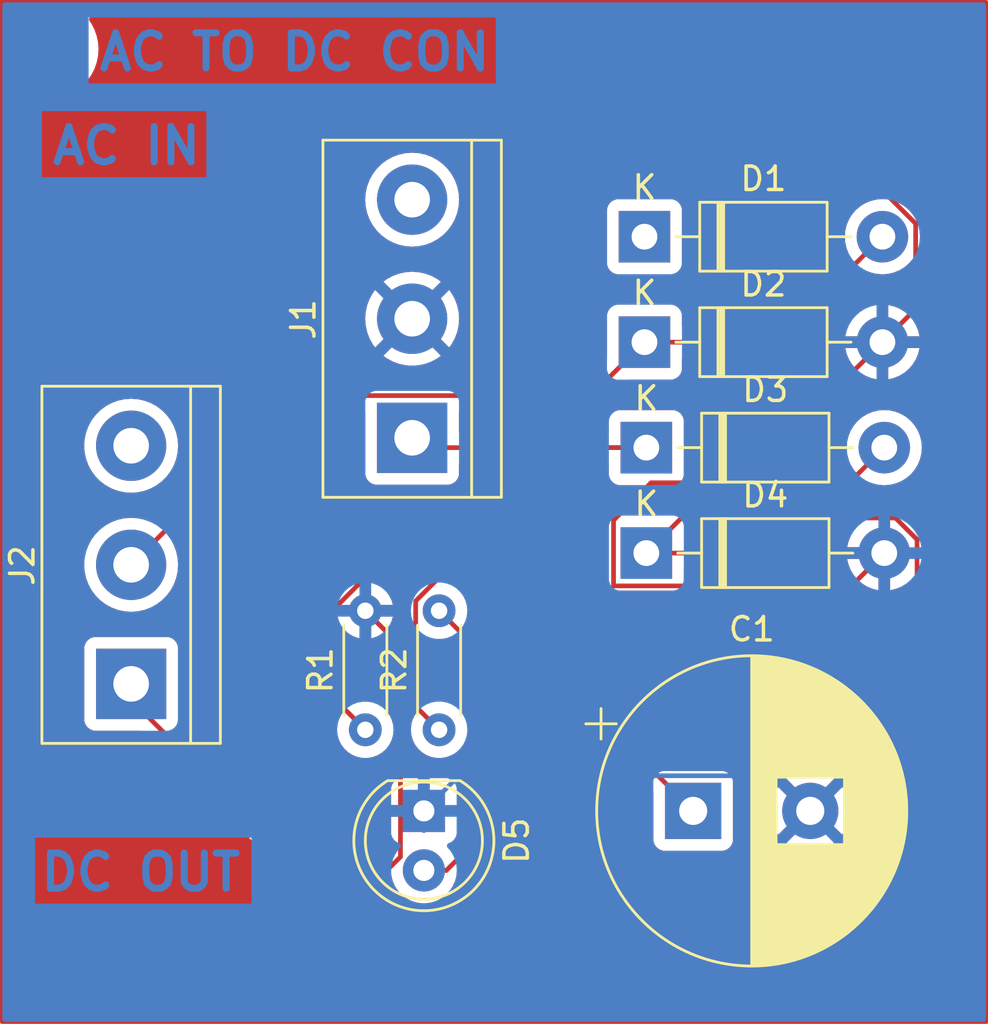
<source format=kicad_pcb>
(kicad_pcb (version 20240108) (generator "pcbnew") (generator_version "8.0")
  (layers (0 "F.Cu" signal) (31 "B.Cu" signal) (34 "B.Paste" user) (35 "F.Paste" user) (36 "B.SilkS" user "B.Silkscreen") (37 "F.SilkS" user "F.Silkscreen") (38 "B.Mask" user) (39 "F.Mask" user) (44 "Edge.Cuts" user))
  (net 0 "")
  (net 1 "/+ve")
  (net 2 "GND")
  (net 3 "Net-(D1-A)")
  (net 4 "Net-(D3-A)")
  (net 5 "Net-(D5-A)")
  (footprint "Capacitor_THT:CP_Radial_D13.0mm_P5.00mm" (layer "F.Cu") (at 140.077107 112.727107)
    (property "Reference" "C1" (at 2.5 -7.75 0) (layer "F.SilkS"))
    (property "Value" "1000uF")
    (fp_line (start -4.584569 -3.715) (end -3.284569 -3.715) (stroke (width 0.12)) (layer "F.SilkS"))
    (fp_line (start -3.934569 -4.365) (end -3.934569 -3.065) (stroke (width 0.12)) (layer "F.SilkS"))
    (fp_line (start 2.5 -6.58) (end 2.5 6.58) (stroke (width 0.12)) (layer "F.SilkS"))
    (fp_line (start 2.54 -6.58) (end 2.54 6.58) (stroke (width 0.12)) (layer "F.SilkS"))
    (fp_line (start 2.58 -6.58) (end 2.58 6.58) (stroke (width 0.12)) (layer "F.SilkS"))
    (fp_line (start 2.62 -6.579) (end 2.62 6.579) (stroke (width 0.12)) (layer "F.SilkS"))
    (fp_line (start 2.66 -6.579) (end 2.66 6.579) (stroke (width 0.12)) (layer "F.SilkS"))
    (fp_line (start 2.7 -6.577) (end 2.7 6.577) (stroke (width 0.12)) (layer "F.SilkS"))
    (fp_line (start 2.74 -6.576) (end 2.74 6.576) (stroke (width 0.12)) (layer "F.SilkS"))
    (fp_line (start 2.78 -6.575) (end 2.78 6.575) (stroke (width 0.12)) (layer "F.SilkS"))
    (fp_line (start 2.82 -6.573) (end 2.82 6.573) (stroke (width 0.12)) (layer "F.SilkS"))
    (fp_line (start 2.86 -6.571) (end 2.86 6.571) (stroke (width 0.12)) (layer "F.SilkS"))
    (fp_line (start 2.9 -6.568) (end 2.9 6.568) (stroke (width 0.12)) (layer "F.SilkS"))
    (fp_line (start 2.94 -6.566) (end 2.94 6.566) (stroke (width 0.12)) (layer "F.SilkS"))
    (fp_line (start 2.98 -6.563) (end 2.98 6.563) (stroke (width 0.12)) (layer "F.SilkS"))
    (fp_line (start 3.02 -6.56) (end 3.02 6.56) (stroke (width 0.12)) (layer "F.SilkS"))
    (fp_line (start 3.06 -6.557) (end 3.06 6.557) (stroke (width 0.12)) (layer "F.SilkS"))
    (fp_line (start 3.1 -6.553) (end 3.1 6.553) (stroke (width 0.12)) (layer "F.SilkS"))
    (fp_line (start 3.14 -6.549) (end 3.14 6.549) (stroke (width 0.12)) (layer "F.SilkS"))
    (fp_line (start 3.18 -6.545) (end 3.18 6.545) (stroke (width 0.12)) (layer "F.SilkS"))
    (fp_line (start 3.221 -6.541) (end 3.221 6.541) (stroke (width 0.12)) (layer "F.SilkS"))
    (fp_line (start 3.261 -6.537) (end 3.261 6.537) (stroke (width 0.12)) (layer "F.SilkS"))
    (fp_line (start 3.301 -6.532) (end 3.301 6.532) (stroke (width 0.12)) (layer "F.SilkS"))
    (fp_line (start 3.341 -6.527) (end 3.341 6.527) (stroke (width 0.12)) (layer "F.SilkS"))
    (fp_line (start 3.381 -6.522) (end 3.381 6.522) (stroke (width 0.12)) (layer "F.SilkS"))
    (fp_line (start 3.421 -6.516) (end 3.421 6.516) (stroke (width 0.12)) (layer "F.SilkS"))
    (fp_line (start 3.461 -6.511) (end 3.461 6.511) (stroke (width 0.12)) (layer "F.SilkS"))
    (fp_line (start 3.501 -6.505) (end 3.501 6.505) (stroke (width 0.12)) (layer "F.SilkS"))
    (fp_line (start 3.541 -6.498) (end 3.541 6.498) (stroke (width 0.12)) (layer "F.SilkS"))
    (fp_line (start 3.581 -6.492) (end 3.581 -1.44) (stroke (width 0.12)) (layer "F.SilkS"))
    (fp_line (start 3.581 1.44) (end 3.581 6.492) (stroke (width 0.12)) (layer "F.SilkS"))
    (fp_line (start 3.621 -6.485) (end 3.621 -1.44) (stroke (width 0.12)) (layer "F.SilkS"))
    (fp_line (start 3.621 1.44) (end 3.621 6.485) (stroke (width 0.12)) (layer "F.SilkS"))
    (fp_line (start 3.661 -6.478) (end 3.661 -1.44) (stroke (width 0.12)) (layer "F.SilkS"))
    (fp_line (start 3.661 1.44) (end 3.661 6.478) (stroke (width 0.12)) (layer "F.SilkS"))
    (fp_line (start 3.701 -6.471) (end 3.701 -1.44) (stroke (width 0.12)) (layer "F.SilkS"))
    (fp_line (start 3.701 1.44) (end 3.701 6.471) (stroke (width 0.12)) (layer "F.SilkS"))
    (fp_line (start 3.741 -6.463) (end 3.741 -1.44) (stroke (width 0.12)) (layer "F.SilkS"))
    (fp_line (start 3.741 1.44) (end 3.741 6.463) (stroke (width 0.12)) (layer "F.SilkS"))
    (fp_line (start 3.781 -6.456) (end 3.781 -1.44) (stroke (width 0.12)) (layer "F.SilkS"))
    (fp_line (start 3.781 1.44) (end 3.781 6.456) (stroke (width 0.12)) (layer "F.SilkS"))
    (fp_line (start 3.821 -6.448) (end 3.821 -1.44) (stroke (width 0.12)) (layer "F.SilkS"))
    (fp_line (start 3.821 1.44) (end 3.821 6.448) (stroke (width 0.12)) (layer "F.SilkS"))
    (fp_line (start 3.861 -6.439) (end 3.861 -1.44) (stroke (width 0.12)) (layer "F.SilkS"))
    (fp_line (start 3.861 1.44) (end 3.861 6.439) (stroke (width 0.12)) (layer "F.SilkS"))
    (fp_line (start 3.901 -6.431) (end 3.901 -1.44) (stroke (width 0.12)) (layer "F.SilkS"))
    (fp_line (start 3.901 1.44) (end 3.901 6.431) (stroke (width 0.12)) (layer "F.SilkS"))
    (fp_line (start 3.941 -6.422) (end 3.941 -1.44) (stroke (width 0.12)) (layer "F.SilkS"))
    (fp_line (start 3.941 1.44) (end 3.941 6.422) (stroke (width 0.12)) (layer "F.SilkS"))
    (fp_line (start 3.981 -6.413) (end 3.981 -1.44) (stroke (width 0.12)) (layer "F.SilkS"))
    (fp_line (start 3.981 1.44) (end 3.981 6.413) (stroke (width 0.12)) (layer "F.SilkS"))
    (fp_line (start 4.021 -6.404) (end 4.021 -1.44) (stroke (width 0.12)) (layer "F.SilkS"))
    (fp_line (start 4.021 1.44) (end 4.021 6.404) (stroke (width 0.12)) (layer "F.SilkS"))
    (fp_line (start 4.061 -6.394) (end 4.061 -1.44) (stroke (width 0.12)) (layer "F.SilkS"))
    (fp_line (start 4.061 1.44) (end 4.061 6.394) (stroke (width 0.12)) (layer "F.SilkS"))
    (fp_line (start 4.101 -6.384) (end 4.101 -1.44) (stroke (width 0.12)) (layer "F.SilkS"))
    (fp_line (start 4.101 1.44) (end 4.101 6.384) (stroke (width 0.12)) (layer "F.SilkS"))
    (fp_line (start 4.141 -6.374) (end 4.141 -1.44) (stroke (width 0.12)) (layer "F.SilkS"))
    (fp_line (start 4.141 1.44) (end 4.141 6.374) (stroke (width 0.12)) (layer "F.SilkS"))
    (fp_line (start 4.181 -6.364) (end 4.181 -1.44) (stroke (width 0.12)) (layer "F.SilkS"))
    (fp_line (start 4.181 1.44) (end 4.181 6.364) (stroke (width 0.12)) (layer "F.SilkS"))
    (fp_line (start 4.221 -6.353) (end 4.221 -1.44) (stroke (width 0.12)) (layer "F.SilkS"))
    (fp_line (start 4.221 1.44) (end 4.221 6.353) (stroke (width 0.12)) (layer "F.SilkS"))
    (fp_line (start 4.261 -6.342) (end 4.261 -1.44) (stroke (width 0.12)) (layer "F.SilkS"))
    (fp_line (start 4.261 1.44) (end 4.261 6.342) (stroke (width 0.12)) (layer "F.SilkS"))
    (fp_line (start 4.301 -6.331) (end 4.301 -1.44) (stroke (width 0.12)) (layer "F.SilkS"))
    (fp_line (start 4.301 1.44) (end 4.301 6.331) (stroke (width 0.12)) (layer "F.SilkS"))
    (fp_line (start 4.341 -6.32) (end 4.341 -1.44) (stroke (width 0.12)) (layer "F.SilkS"))
    (fp_line (start 4.341 1.44) (end 4.341 6.32) (stroke (width 0.12)) (layer "F.SilkS"))
    (fp_line (start 4.381 -6.308) (end 4.381 -1.44) (stroke (width 0.12)) (layer "F.SilkS"))
    (fp_line (start 4.381 1.44) (end 4.381 6.308) (stroke (width 0.12)) (layer "F.SilkS"))
    (fp_line (start 4.421 -6.296) (end 4.421 -1.44) (stroke (width 0.12)) (layer "F.SilkS"))
    (fp_line (start 4.421 1.44) (end 4.421 6.296) (stroke (width 0.12)) (layer "F.SilkS"))
    (fp_line (start 4.461 -6.284) (end 4.461 -1.44) (stroke (width 0.12)) (layer "F.SilkS"))
    (fp_line (start 4.461 1.44) (end 4.461 6.284) (stroke (width 0.12)) (layer "F.SilkS"))
    (fp_line (start 4.501 -6.271) (end 4.501 -1.44) (stroke (width 0.12)) (layer "F.SilkS"))
    (fp_line (start 4.501 1.44) (end 4.501 6.271) (stroke (width 0.12)) (layer "F.SilkS"))
    (fp_line (start 4.541 -6.258) (end 4.541 -1.44) (stroke (width 0.12)) (layer "F.SilkS"))
    (fp_line (start 4.541 1.44) (end 4.541 6.258) (stroke (width 0.12)) (layer "F.SilkS"))
    (fp_line (start 4.581 -6.245) (end 4.581 -1.44) (stroke (width 0.12)) (layer "F.SilkS"))
    (fp_line (start 4.581 1.44) (end 4.581 6.245) (stroke (width 0.12)) (layer "F.SilkS"))
    (fp_line (start 4.621 -6.232) (end 4.621 -1.44) (stroke (width 0.12)) (layer "F.SilkS"))
    (fp_line (start 4.621 1.44) (end 4.621 6.232) (stroke (width 0.12)) (layer "F.SilkS"))
    (fp_line (start 4.661 -6.218) (end 4.661 -1.44) (stroke (width 0.12)) (layer "F.SilkS"))
    (fp_line (start 4.661 1.44) (end 4.661 6.218) (stroke (width 0.12)) (layer "F.SilkS"))
    (fp_line (start 4.701 -6.204) (end 4.701 -1.44) (stroke (width 0.12)) (layer "F.SilkS"))
    (fp_line (start 4.701 1.44) (end 4.701 6.204) (stroke (width 0.12)) (layer "F.SilkS"))
    (fp_line (start 4.741 -6.19) (end 4.741 -1.44) (stroke (width 0.12)) (layer "F.SilkS"))
    (fp_line (start 4.741 1.44) (end 4.741 6.19) (stroke (width 0.12)) (layer "F.SilkS"))
    (fp_line (start 4.781 -6.175) (end 4.781 -1.44) (stroke (width 0.12)) (layer "F.SilkS"))
    (fp_line (start 4.781 1.44) (end 4.781 6.175) (stroke (width 0.12)) (layer "F.SilkS"))
    (fp_line (start 4.821 -6.161) (end 4.821 -1.44) (stroke (width 0.12)) (layer "F.SilkS"))
    (fp_line (start 4.821 1.44) (end 4.821 6.161) (stroke (width 0.12)) (layer "F.SilkS"))
    (fp_line (start 4.861 -6.146) (end 4.861 -1.44) (stroke (width 0.12)) (layer "F.SilkS"))
    (fp_line (start 4.861 1.44) (end 4.861 6.146) (stroke (width 0.12)) (layer "F.SilkS"))
    (fp_line (start 4.901 -6.13) (end 4.901 -1.44) (stroke (width 0.12)) (layer "F.SilkS"))
    (fp_line (start 4.901 1.44) (end 4.901 6.13) (stroke (width 0.12)) (layer "F.SilkS"))
    (fp_line (start 4.941 -6.114) (end 4.941 -1.44) (stroke (width 0.12)) (layer "F.SilkS"))
    (fp_line (start 4.941 1.44) (end 4.941 6.114) (stroke (width 0.12)) (layer "F.SilkS"))
    (fp_line (start 4.981 -6.098) (end 4.981 -1.44) (stroke (width 0.12)) (layer "F.SilkS"))
    (fp_line (start 4.981 1.44) (end 4.981 6.098) (stroke (width 0.12)) (layer "F.SilkS"))
    (fp_line (start 5.021 -6.082) (end 5.021 -1.44) (stroke (width 0.12)) (layer "F.SilkS"))
    (fp_line (start 5.021 1.44) (end 5.021 6.082) (stroke (width 0.12)) (layer "F.SilkS"))
    (fp_line (start 5.061 -6.065) (end 5.061 -1.44) (stroke (width 0.12)) (layer "F.SilkS"))
    (fp_line (start 5.061 1.44) (end 5.061 6.065) (stroke (width 0.12)) (layer "F.SilkS"))
    (fp_line (start 5.101 -6.049) (end 5.101 -1.44) (stroke (width 0.12)) (layer "F.SilkS"))
    (fp_line (start 5.101 1.44) (end 5.101 6.049) (stroke (width 0.12)) (layer "F.SilkS"))
    (fp_line (start 5.141 -6.031) (end 5.141 -1.44) (stroke (width 0.12)) (layer "F.SilkS"))
    (fp_line (start 5.141 1.44) (end 5.141 6.031) (stroke (width 0.12)) (layer "F.SilkS"))
    (fp_line (start 5.181 -6.014) (end 5.181 -1.44) (stroke (width 0.12)) (layer "F.SilkS"))
    (fp_line (start 5.181 1.44) (end 5.181 6.014) (stroke (width 0.12)) (layer "F.SilkS"))
    (fp_line (start 5.221 -5.996) (end 5.221 -1.44) (stroke (width 0.12)) (layer "F.SilkS"))
    (fp_line (start 5.221 1.44) (end 5.221 5.996) (stroke (width 0.12)) (layer "F.SilkS"))
    (fp_line (start 5.261 -5.978) (end 5.261 -1.44) (stroke (width 0.12)) (layer "F.SilkS"))
    (fp_line (start 5.261 1.44) (end 5.261 5.978) (stroke (width 0.12)) (layer "F.SilkS"))
    (fp_line (start 5.301 -5.959) (end 5.301 -1.44) (stroke (width 0.12)) (layer "F.SilkS"))
    (fp_line (start 5.301 1.44) (end 5.301 5.959) (stroke (width 0.12)) (layer "F.SilkS"))
    (fp_line (start 5.341 -5.94) (end 5.341 -1.44) (stroke (width 0.12)) (layer "F.SilkS"))
    (fp_line (start 5.341 1.44) (end 5.341 5.94) (stroke (width 0.12)) (layer "F.SilkS"))
    (fp_line (start 5.381 -5.921) (end 5.381 -1.44) (stroke (width 0.12)) (layer "F.SilkS"))
    (fp_line (start 5.381 1.44) (end 5.381 5.921) (stroke (width 0.12)) (layer "F.SilkS"))
    (fp_line (start 5.421 -5.902) (end 5.421 -1.44) (stroke (width 0.12)) (layer "F.SilkS"))
    (fp_line (start 5.421 1.44) (end 5.421 5.902) (stroke (width 0.12)) (layer "F.SilkS"))
    (fp_line (start 5.461 -5.882) (end 5.461 -1.44) (stroke (width 0.12)) (layer "F.SilkS"))
    (fp_line (start 5.461 1.44) (end 5.461 5.882) (stroke (width 0.12)) (layer "F.SilkS"))
    (fp_line (start 5.501 -5.862) (end 5.501 -1.44) (stroke (width 0.12)) (layer "F.SilkS"))
    (fp_line (start 5.501 1.44) (end 5.501 5.862) (stroke (width 0.12)) (layer "F.SilkS"))
    (fp_line (start 5.541 -5.841) (end 5.541 -1.44) (stroke (width 0.12)) (layer "F.SilkS"))
    (fp_line (start 5.541 1.44) (end 5.541 5.841) (stroke (width 0.12)) (layer "F.SilkS"))
    (fp_line (start 5.581 -5.82) (end 5.581 -1.44) (stroke (width 0.12)) (layer "F.SilkS"))
    (fp_line (start 5.581 1.44) (end 5.581 5.82) (stroke (width 0.12)) (layer "F.SilkS"))
    (fp_line (start 5.621 -5.799) (end 5.621 -1.44) (stroke (width 0.12)) (layer "F.SilkS"))
    (fp_line (start 5.621 1.44) (end 5.621 5.799) (stroke (width 0.12)) (layer "F.SilkS"))
    (fp_line (start 5.661 -5.778) (end 5.661 -1.44) (stroke (width 0.12)) (layer "F.SilkS"))
    (fp_line (start 5.661 1.44) (end 5.661 5.778) (stroke (width 0.12)) (layer "F.SilkS"))
    (fp_line (start 5.701 -5.756) (end 5.701 -1.44) (stroke (width 0.12)) (layer "F.SilkS"))
    (fp_line (start 5.701 1.44) (end 5.701 5.756) (stroke (width 0.12)) (layer "F.SilkS"))
    (fp_line (start 5.741 -5.733) (end 5.741 -1.44) (stroke (width 0.12)) (layer "F.SilkS"))
    (fp_line (start 5.741 1.44) (end 5.741 5.733) (stroke (width 0.12)) (layer "F.SilkS"))
    (fp_line (start 5.781 -5.711) (end 5.781 -1.44) (stroke (width 0.12)) (layer "F.SilkS"))
    (fp_line (start 5.781 1.44) (end 5.781 5.711) (stroke (width 0.12)) (layer "F.SilkS"))
    (fp_line (start 5.821 -5.688) (end 5.821 -1.44) (stroke (width 0.12)) (layer "F.SilkS"))
    (fp_line (start 5.821 1.44) (end 5.821 5.688) (stroke (width 0.12)) (layer "F.SilkS"))
    (fp_line (start 5.861 -5.664) (end 5.861 -1.44) (stroke (width 0.12)) (layer "F.SilkS"))
    (fp_line (start 5.861 1.44) (end 5.861 5.664) (stroke (width 0.12)) (layer "F.SilkS"))
    (fp_line (start 5.901 -5.641) (end 5.901 -1.44) (stroke (width 0.12)) (layer "F.SilkS"))
    (fp_line (start 5.901 1.44) (end 5.901 5.641) (stroke (width 0.12)) (layer "F.SilkS"))
    (fp_line (start 5.941 -5.617) (end 5.941 -1.44) (stroke (width 0.12)) (layer "F.SilkS"))
    (fp_line (start 5.941 1.44) (end 5.941 5.617) (stroke (width 0.12)) (layer "F.SilkS"))
    (fp_line (start 5.981 -5.592) (end 5.981 -1.44) (stroke (width 0.12)) (layer "F.SilkS"))
    (fp_line (start 5.981 1.44) (end 5.981 5.592) (stroke (width 0.12)) (layer "F.SilkS"))
    (fp_line (start 6.021 -5.567) (end 6.021 -1.44) (stroke (width 0.12)) (layer "F.SilkS"))
    (fp_line (start 6.021 1.44) (end 6.021 5.567) (stroke (width 0.12)) (layer "F.SilkS"))
    (fp_line (start 6.061 -5.542) (end 6.061 -1.44) (stroke (width 0.12)) (layer "F.SilkS"))
    (fp_line (start 6.061 1.44) (end 6.061 5.542) (stroke (width 0.12)) (layer "F.SilkS"))
    (fp_line (start 6.101 -5.516) (end 6.101 -1.44) (stroke (width 0.12)) (layer "F.SilkS"))
    (fp_line (start 6.101 1.44) (end 6.101 5.516) (stroke (width 0.12)) (layer "F.SilkS"))
    (fp_line (start 6.141 -5.49) (end 6.141 -1.44) (stroke (width 0.12)) (layer "F.SilkS"))
    (fp_line (start 6.141 1.44) (end 6.141 5.49) (stroke (width 0.12)) (layer "F.SilkS"))
    (fp_line (start 6.181 -5.463) (end 6.181 -1.44) (stroke (width 0.12)) (layer "F.SilkS"))
    (fp_line (start 6.181 1.44) (end 6.181 5.463) (stroke (width 0.12)) (layer "F.SilkS"))
    (fp_line (start 6.221 -5.436) (end 6.221 -1.44) (stroke (width 0.12)) (layer "F.SilkS"))
    (fp_line (start 6.221 1.44) (end 6.221 5.436) (stroke (width 0.12)) (layer "F.SilkS"))
    (fp_line (start 6.261 -5.409) (end 6.261 -1.44) (stroke (width 0.12)) (layer "F.SilkS"))
    (fp_line (start 6.261 1.44) (end 6.261 5.409) (stroke (width 0.12)) (layer "F.SilkS"))
    (fp_line (start 6.301 -5.381) (end 6.301 -1.44) (stroke (width 0.12)) (layer "F.SilkS"))
    (fp_line (start 6.301 1.44) (end 6.301 5.381) (stroke (width 0.12)) (layer "F.SilkS"))
    (fp_line (start 6.341 -5.353) (end 6.341 -1.44) (stroke (width 0.12)) (layer "F.SilkS"))
    (fp_line (start 6.341 1.44) (end 6.341 5.353) (stroke (width 0.12)) (layer "F.SilkS"))
    (fp_line (start 6.381 -5.324) (end 6.381 -1.44) (stroke (width 0.12)) (layer "F.SilkS"))
    (fp_line (start 6.381 1.44) (end 6.381 5.324) (stroke (width 0.12)) (layer "F.SilkS"))
    (fp_line (start 6.421 -5.295) (end 6.421 -1.44) (stroke (width 0.12)) (layer "F.SilkS"))
    (fp_line (start 6.421 1.44) (end 6.421 5.295) (stroke (width 0.12)) (layer "F.SilkS"))
    (fp_line (start 6.461 -5.265) (end 6.461 5.265) (stroke (width 0.12)) (layer "F.SilkS"))
    (fp_line (start 6.501 -5.235) (end 6.501 5.235) (stroke (width 0.12)) (layer "F.SilkS"))
    (fp_line (start 6.541 -5.205) (end 6.541 5.205) (stroke (width 0.12)) (layer "F.SilkS"))
    (fp_line (start 6.581 -5.174) (end 6.581 5.174) (stroke (width 0.12)) (layer "F.SilkS"))
    (fp_line (start 6.621 -5.142) (end 6.621 5.142) (stroke (width 0.12)) (layer "F.SilkS"))
    (fp_line (start 6.661 -5.11) (end 6.661 5.11) (stroke (width 0.12)) (layer "F.SilkS"))
    (fp_line (start 6.701 -5.078) (end 6.701 5.078) (stroke (width 0.12)) (layer "F.SilkS"))
    (fp_line (start 6.741 -5.044) (end 6.741 5.044) (stroke (width 0.12)) (layer "F.SilkS"))
    (fp_line (start 6.781 -5.011) (end 6.781 5.011) (stroke (width 0.12)) (layer "F.SilkS"))
    (fp_line (start 6.821 -4.977) (end 6.821 4.977) (stroke (width 0.12)) (layer "F.SilkS"))
    (fp_line (start 6.861 -4.942) (end 6.861 4.942) (stroke (width 0.12)) (layer "F.SilkS"))
    (fp_line (start 6.901 -4.907) (end 6.901 4.907) (stroke (width 0.12)) (layer "F.SilkS"))
    (fp_line (start 6.941 -4.871) (end 6.941 4.871) (stroke (width 0.12)) (layer "F.SilkS"))
    (fp_line (start 6.981 -4.834) (end 6.981 4.834) (stroke (width 0.12)) (layer "F.SilkS"))
    (fp_line (start 7.021 -4.797) (end 7.021 4.797) (stroke (width 0.12)) (layer "F.SilkS"))
    (fp_line (start 7.061 -4.76) (end 7.061 4.76) (stroke (width 0.12)) (layer "F.SilkS"))
    (fp_line (start 7.101 -4.721) (end 7.101 4.721) (stroke (width 0.12)) (layer "F.SilkS"))
    (fp_line (start 7.141 -4.682) (end 7.141 4.682) (stroke (width 0.12)) (layer "F.SilkS"))
    (fp_line (start 7.181 -4.643) (end 7.181 4.643) (stroke (width 0.12)) (layer "F.SilkS"))
    (fp_line (start 7.221 -4.602) (end 7.221 4.602) (stroke (width 0.12)) (layer "F.SilkS"))
    (fp_line (start 7.261 -4.561) (end 7.261 4.561) (stroke (width 0.12)) (layer "F.SilkS"))
    (fp_line (start 7.301 -4.519) (end 7.301 4.519) (stroke (width 0.12)) (layer "F.SilkS"))
    (fp_line (start 7.341 -4.477) (end 7.341 4.477) (stroke (width 0.12)) (layer "F.SilkS"))
    (fp_line (start 7.381 -4.434) (end 7.381 4.434) (stroke (width 0.12)) (layer "F.SilkS"))
    (fp_line (start 7.421 -4.39) (end 7.421 4.39) (stroke (width 0.12)) (layer "F.SilkS"))
    (fp_line (start 7.461 -4.345) (end 7.461 4.345) (stroke (width 0.12)) (layer "F.SilkS"))
    (fp_line (start 7.501 -4.299) (end 7.501 4.299) (stroke (width 0.12)) (layer "F.SilkS"))
    (fp_line (start 7.541 -4.253) (end 7.541 4.253) (stroke (width 0.12)) (layer "F.SilkS"))
    (fp_line (start 7.581 -4.205) (end 7.581 4.205) (stroke (width 0.12)) (layer "F.SilkS"))
    (fp_line (start 7.621 -4.157) (end 7.621 4.157) (stroke (width 0.12)) (layer "F.SilkS"))
    (fp_line (start 7.661 -4.108) (end 7.661 4.108) (stroke (width 0.12)) (layer "F.SilkS"))
    (fp_line (start 7.701 -4.057) (end 7.701 4.057) (stroke (width 0.12)) (layer "F.SilkS"))
    (fp_line (start 7.741 -4.006) (end 7.741 4.006) (stroke (width 0.12)) (layer "F.SilkS"))
    (fp_line (start 7.781 -3.954) (end 7.781 3.954) (stroke (width 0.12)) (layer "F.SilkS"))
    (fp_line (start 7.821 -3.9) (end 7.821 3.9) (stroke (width 0.12)) (layer "F.SilkS"))
    (fp_line (start 7.861 -3.846) (end 7.861 3.846) (stroke (width 0.12)) (layer "F.SilkS"))
    (fp_line (start 7.901 -3.79) (end 7.901 3.79) (stroke (width 0.12)) (layer "F.SilkS"))
    (fp_line (start 7.941 -3.733) (end 7.941 3.733) (stroke (width 0.12)) (layer "F.SilkS"))
    (fp_line (start 7.981 -3.675) (end 7.981 3.675) (stroke (width 0.12)) (layer "F.SilkS"))
    (fp_line (start 8.021 -3.615) (end 8.021 3.615) (stroke (width 0.12)) (layer "F.SilkS"))
    (fp_line (start 8.061 -3.554) (end 8.061 3.554) (stroke (width 0.12)) (layer "F.SilkS"))
    (fp_line (start 8.101 -3.491) (end 8.101 3.491) (stroke (width 0.12)) (layer "F.SilkS"))
    (fp_line (start 8.141 -3.427) (end 8.141 3.427) (stroke (width 0.12)) (layer "F.SilkS"))
    (fp_line (start 8.181 -3.361) (end 8.181 3.361) (stroke (width 0.12)) (layer "F.SilkS"))
    (fp_line (start 8.221 -3.293) (end 8.221 3.293) (stroke (width 0.12)) (layer "F.SilkS"))
    (fp_line (start 8.261 -3.223) (end 8.261 3.223) (stroke (width 0.12)) (layer "F.SilkS"))
    (fp_line (start 8.301 -3.152) (end 8.301 3.152) (stroke (width 0.12)) (layer "F.SilkS"))
    (fp_line (start 8.341 -3.078) (end 8.341 3.078) (stroke (width 0.12)) (layer "F.SilkS"))
    (fp_line (start 8.381 -3.002) (end 8.381 3.002) (stroke (width 0.12)) (layer "F.SilkS"))
    (fp_line (start 8.421 -2.923) (end 8.421 2.923) (stroke (width 0.12)) (layer "F.SilkS"))
    (fp_line (start 8.461 -2.842) (end 8.461 2.842) (stroke (width 0.12)) (layer "F.SilkS"))
    (fp_line (start 8.501 -2.758) (end 8.501 2.758) (stroke (width 0.12)) (layer "F.SilkS"))
    (fp_line (start 8.541 -2.67) (end 8.541 2.67) (stroke (width 0.12)) (layer "F.SilkS"))
    (fp_line (start 8.581 -2.579) (end 8.581 2.579) (stroke (width 0.12)) (layer "F.SilkS"))
    (fp_line (start 8.621 -2.484) (end 8.621 2.484) (stroke (width 0.12)) (layer "F.SilkS"))
    (fp_line (start 8.661 -2.385) (end 8.661 2.385) (stroke (width 0.12)) (layer "F.SilkS"))
    (fp_line (start 8.701 -2.281) (end 8.701 2.281) (stroke (width 0.12)) (layer "F.SilkS"))
    (fp_line (start 8.741 -2.171) (end 8.741 2.171) (stroke (width 0.12)) (layer "F.SilkS"))
    (fp_line (start 8.781 -2.055) (end 8.781 2.055) (stroke (width 0.12)) (layer "F.SilkS"))
    (fp_line (start 8.821 -1.931) (end 8.821 1.931) (stroke (width 0.12)) (layer "F.SilkS"))
    (fp_line (start 8.861 -1.798) (end 8.861 1.798) (stroke (width 0.12)) (layer "F.SilkS"))
    (fp_line (start 8.901 -1.653) (end 8.901 1.653) (stroke (width 0.12)) (layer "F.SilkS"))
    (fp_line (start 8.941 -1.494) (end 8.941 1.494) (stroke (width 0.12)) (layer "F.SilkS"))
    (fp_line (start 8.981 -1.315) (end 8.981 1.315) (stroke (width 0.12)) (layer "F.SilkS"))
    (fp_line (start 9.021 -1.107) (end 9.021 1.107) (stroke (width 0.12)) (layer "F.SilkS"))
    (fp_line (start 9.061 -0.85) (end 9.061 0.85) (stroke (width 0.12)) (layer "F.SilkS"))
    (fp_line (start 9.101 -0.475) (end 9.101 0.475) (stroke (width 0.12)) (layer "F.SilkS"))
    (fp_circle (center 2.5 0) (end 9.12 0) (stroke (width 0.12)) (fill none) (layer "F.SilkS"))
    (pad "1" thru_hole rect (at 0 0) (size 2.4 2.4) (drill 1.2) (layers "*.Cu" "*.Mask") (net 1 "/+ve"))
    (pad "2" thru_hole circle (at 5 0) (size 2.4 2.4) (drill 1.2) (layers "*.Cu" "*.Mask") (net 2 "GND"))
  )
  (footprint "TerminalBlock:TerminalBlock_bornier-3_P5.08mm" (layer "F.Cu") (at 116.077107 107.307107 90)
    (property "Reference" "J2" (at 5.05 -4.65 90) (layer "F.SilkS"))
    (property "Value" "Screw_Terminal_01x02")
    (fp_line (start -2.54 -3.81) (end 12.7 -3.81) (stroke (width 0.12)) (layer "F.SilkS"))
    (fp_line (start -2.54 2.54) (end 12.7 2.54) (stroke (width 0.12)) (layer "F.SilkS"))
    (fp_line (start 12.7 3.81) (end 12.7 -3.81) (stroke (width 0.12)) (layer "F.SilkS"))
    (fp_line (start -2.54 3.81) (end -2.54 -3.81) (stroke (width 0.12)) (layer "F.SilkS"))
    (fp_line (start -2.54 3.81) (end 12.7 3.81) (stroke (width 0.12)) (layer "F.SilkS"))
    (pad "1" thru_hole rect (at 0 0 90) (size 3 3) (drill 1.52) (layers "*.Cu" "*.Mask") (net 4 "Net-(D3-A)"))
    (pad "2" thru_hole circle (at 5.08 0 90) (size 3 3) (drill 1.52) (layers "*.Cu" "*.Mask") (net 3 "Net-(D1-A)"))
    (pad "3" thru_hole circle (at 10.16 0 90) (size 3 3) (drill 1.52) (layers "*.Cu" "*.Mask"))
  )
  (footprint "Resistor_THT:R_Axial_DIN0204_L3.6mm_D1.6mm_P5.08mm_Horizontal" (layer "F.Cu") (at 129.227107 109.267107 90)
    (property "Reference" "R2" (at 2.54 -1.92 90) (layer "F.SilkS"))
    (property "Value" "2.2k")
    (fp_line (start 0.62 -0.92) (end 4.46 -0.92) (stroke (width 0.12)) (layer "F.SilkS"))
    (fp_line (start 0.62 0.92) (end 4.46 0.92) (stroke (width 0.12)) (layer "F.SilkS"))
    (pad "1" thru_hole circle (at 0 0 90) (size 1.4 1.4) (drill 0.7) (layers "*.Cu" "*.Mask") (net 1 "/+ve"))
    (pad "2" thru_hole oval (at 5.08 0 90) (size 1.4 1.4) (drill 0.7) (layers "*.Cu" "*.Mask") (net 5 "Net-(D5-A)"))
  )
  (footprint "Resistor_THT:R_Axial_DIN0204_L3.6mm_D1.6mm_P5.08mm_Horizontal" (layer "F.Cu") (at 126.077107 109.267107 90)
    (property "Reference" "R1" (at 2.54 -1.92 90) (layer "F.SilkS"))
    (property "Value" "10k")
    (fp_line (start 0.62 -0.92) (end 4.46 -0.92) (stroke (width 0.12)) (layer "F.SilkS"))
    (fp_line (start 0.62 0.92) (end 4.46 0.92) (stroke (width 0.12)) (layer "F.SilkS"))
    (pad "1" thru_hole circle (at 0 0 90) (size 1.4 1.4) (drill 0.7) (layers "*.Cu" "*.Mask") (net 1 "/+ve"))
    (pad "2" thru_hole oval (at 5.08 0 90) (size 1.4 1.4) (drill 0.7) (layers "*.Cu" "*.Mask") (net 2 "GND"))
  )
  (footprint "LED_THT:LED_D5.0mm" (layer "F.Cu") (at 128.577107 112.727107 -90)
    (property "Reference" "D5" (at 1.27 -3.96 90) (layer "F.SilkS"))
    (property "Value" "LED")
    (fp_line (start -1.29 -1.545) (end -1.29 1.545) (stroke (width 0.12)) (layer "F.SilkS"))
    (fp_arc (start 4.26 0.000048) (mid 2.071756 2.880501) (end -1.29 1.54483) (stroke (width 0.12)) (layer "F.SilkS"))
    (fp_arc (start -1.29 -1.54483) (mid 2.071756 -2.880501) (end 4.26 -0.000048) (stroke (width 0.12)) (layer "F.SilkS"))
    (fp_circle (center 1.27 0) (end 3.77 0) (stroke (width 0.12)) (fill none) (layer "F.SilkS"))
    (pad "1" thru_hole rect (at 0 0 270) (size 1.8 1.8) (drill 0.9) (layers "*.Cu" "*.Mask") (net 2 "GND"))
    (pad "2" thru_hole circle (at 2.54 0 270) (size 1.8 1.8) (drill 0.9) (layers "*.Cu" "*.Mask") (net 5 "Net-(D5-A)"))
  )
  (footprint "Diode_THT:D_DO-41_SOD81_P10.16mm_Horizontal" (layer "F.Cu") (at 137.997107 92.727107)
    (property "Reference" "D2" (at 5.08 -2.47 0) (layer "F.SilkS"))
    (property "Value" "1N4007")
    (fp_line (start 1.34 0) (end 2.36 0) (stroke (width 0.12)) (layer "F.SilkS"))
    (fp_line (start 2.36 -1.47) (end 2.36 1.47) (stroke (width 0.12)) (layer "F.SilkS"))
    (fp_line (start 2.36 1.47) (end 7.8 1.47) (stroke (width 0.12)) (layer "F.SilkS"))
    (fp_line (start 3.14 -1.47) (end 3.14 1.47) (stroke (width 0.12)) (layer "F.SilkS"))
    (fp_line (start 3.26 -1.47) (end 3.26 1.47) (stroke (width 0.12)) (layer "F.SilkS"))
    (fp_line (start 3.38 -1.47) (end 3.38 1.47) (stroke (width 0.12)) (layer "F.SilkS"))
    (fp_line (start 7.8 -1.47) (end 2.36 -1.47) (stroke (width 0.12)) (layer "F.SilkS"))
    (fp_line (start 7.8 1.47) (end 7.8 -1.47) (stroke (width 0.12)) (layer "F.SilkS"))
    (fp_line (start 8.82 0) (end 7.8 0) (stroke (width 0.12)) (layer "F.SilkS"))
    (fp_text user "K" (at 0 -2.1 0) (layer "F.SilkS"))
    (pad "1" thru_hole rect (at 0 0) (size 2.2 2.2) (drill 1.1) (layers "*.Cu" "*.Mask") (net 3 "Net-(D1-A)"))
    (pad "2" thru_hole oval (at 10.16 0) (size 2.2 2.2) (drill 1.1) (layers "*.Cu" "*.Mask") (net 2 "GND"))
  )
  (footprint "Diode_THT:D_DO-41_SOD81_P10.16mm_Horizontal" (layer "F.Cu") (at 138.077107 101.727107)
    (property "Reference" "D4" (at 5.08 -2.47 0) (layer "F.SilkS"))
    (property "Value" "1N4007")
    (fp_line (start 1.34 0) (end 2.36 0) (stroke (width 0.12)) (layer "F.SilkS"))
    (fp_line (start 2.36 -1.47) (end 2.36 1.47) (stroke (width 0.12)) (layer "F.SilkS"))
    (fp_line (start 2.36 1.47) (end 7.8 1.47) (stroke (width 0.12)) (layer "F.SilkS"))
    (fp_line (start 3.14 -1.47) (end 3.14 1.47) (stroke (width 0.12)) (layer "F.SilkS"))
    (fp_line (start 3.26 -1.47) (end 3.26 1.47) (stroke (width 0.12)) (layer "F.SilkS"))
    (fp_line (start 3.38 -1.47) (end 3.38 1.47) (stroke (width 0.12)) (layer "F.SilkS"))
    (fp_line (start 7.8 -1.47) (end 2.36 -1.47) (stroke (width 0.12)) (layer "F.SilkS"))
    (fp_line (start 7.8 1.47) (end 7.8 -1.47) (stroke (width 0.12)) (layer "F.SilkS"))
    (fp_line (start 8.82 0) (end 7.8 0) (stroke (width 0.12)) (layer "F.SilkS"))
    (fp_text user "K" (at 0 -2.1 0) (layer "F.SilkS"))
    (pad "1" thru_hole rect (at 0 0) (size 2.2 2.2) (drill 1.1) (layers "*.Cu" "*.Mask") (net 4 "Net-(D3-A)"))
    (pad "2" thru_hole oval (at 10.16 0) (size 2.2 2.2) (drill 1.1) (layers "*.Cu" "*.Mask") (net 2 "GND"))
  )
  (footprint "Diode_THT:D_DO-41_SOD81_P10.16mm_Horizontal" (layer "F.Cu") (at 137.997107 88.227107)
    (property "Reference" "D1" (at 5.08 -2.47 0) (layer "F.SilkS"))
    (property "Value" "1N4007")
    (fp_line (start 1.34 0) (end 2.36 0) (stroke (width 0.12)) (layer "F.SilkS"))
    (fp_line (start 2.36 -1.47) (end 2.36 1.47) (stroke (width 0.12)) (layer "F.SilkS"))
    (fp_line (start 2.36 1.47) (end 7.8 1.47) (stroke (width 0.12)) (layer "F.SilkS"))
    (fp_line (start 3.14 -1.47) (end 3.14 1.47) (stroke (width 0.12)) (layer "F.SilkS"))
    (fp_line (start 3.26 -1.47) (end 3.26 1.47) (stroke (width 0.12)) (layer "F.SilkS"))
    (fp_line (start 3.38 -1.47) (end 3.38 1.47) (stroke (width 0.12)) (layer "F.SilkS"))
    (fp_line (start 7.8 -1.47) (end 2.36 -1.47) (stroke (width 0.12)) (layer "F.SilkS"))
    (fp_line (start 7.8 1.47) (end 7.8 -1.47) (stroke (width 0.12)) (layer "F.SilkS"))
    (fp_line (start 8.82 0) (end 7.8 0) (stroke (width 0.12)) (layer "F.SilkS"))
    (fp_text user "K" (at 0 -2.1 0) (layer "F.SilkS"))
    (pad "1" thru_hole rect (at 0 0) (size 2.2 2.2) (drill 1.1) (layers "*.Cu" "*.Mask") (net 1 "/+ve"))
    (pad "2" thru_hole oval (at 10.16 0) (size 2.2 2.2) (drill 1.1) (layers "*.Cu" "*.Mask") (net 3 "Net-(D1-A)"))
  )
  (footprint "TerminalBlock:TerminalBlock_bornier-3_P5.08mm" (layer "F.Cu") (at 128.077107 96.807107 90)
    (property "Reference" "J1" (at 5.05 -4.65 90) (layer "F.SilkS"))
    (property "Value" "Screw_Terminal_01x02")
    (fp_line (start -2.54 -3.81) (end 12.7 -3.81) (stroke (width 0.12)) (layer "F.SilkS"))
    (fp_line (start -2.54 2.54) (end 12.7 2.54) (stroke (width 0.12)) (layer "F.SilkS"))
    (fp_line (start 12.7 3.81) (end 12.7 -3.81) (stroke (width 0.12)) (layer "F.SilkS"))
    (fp_line (start -2.54 3.81) (end -2.54 -3.81) (stroke (width 0.12)) (layer "F.SilkS"))
    (fp_line (start -2.54 3.81) (end 12.7 3.81) (stroke (width 0.12)) (layer "F.SilkS"))
    (pad "1" thru_hole rect (at 0 0 90) (size 3 3) (drill 1.52) (layers "*.Cu" "*.Mask") (net 1 "/+ve"))
    (pad "2" thru_hole circle (at 5.08 0 90) (size 3 3) (drill 1.52) (layers "*.Cu" "*.Mask") (net 2 "GND"))
    (pad "3" thru_hole circle (at 10.16 0 90) (size 3 3) (drill 1.52) (layers "*.Cu" "*.Mask"))
  )
  (footprint "Diode_THT:D_DO-41_SOD81_P10.16mm_Horizontal" (layer "F.Cu") (at 138.077107 97.227107)
    (property "Reference" "D3" (at 5.08 -2.47 0) (layer "F.SilkS"))
    (property "Value" "1N4007")
    (fp_line (start 1.34 0) (end 2.36 0) (stroke (width 0.12)) (layer "F.SilkS"))
    (fp_line (start 2.36 -1.47) (end 2.36 1.47) (stroke (width 0.12)) (layer "F.SilkS"))
    (fp_line (start 2.36 1.47) (end 7.8 1.47) (stroke (width 0.12)) (layer "F.SilkS"))
    (fp_line (start 3.14 -1.47) (end 3.14 1.47) (stroke (width 0.12)) (layer "F.SilkS"))
    (fp_line (start 3.26 -1.47) (end 3.26 1.47) (stroke (width 0.12)) (layer "F.SilkS"))
    (fp_line (start 3.38 -1.47) (end 3.38 1.47) (stroke (width 0.12)) (layer "F.SilkS"))
    (fp_line (start 7.8 -1.47) (end 2.36 -1.47) (stroke (width 0.12)) (layer "F.SilkS"))
    (fp_line (start 7.8 1.47) (end 7.8 -1.47) (stroke (width 0.12)) (layer "F.SilkS"))
    (fp_line (start 8.82 0) (end 7.8 0) (stroke (width 0.12)) (layer "F.SilkS"))
    (fp_text user "K" (at 0 -2.1 0) (layer "F.SilkS"))
    (pad "1" thru_hole rect (at 0 0) (size 2.2 2.2) (drill 1.1) (layers "*.Cu" "*.Mask") (net 1 "/+ve"))
    (pad "2" thru_hole oval (at 10.16 0) (size 2.2 2.2) (drill 1.1) (layers "*.Cu" "*.Mask") (net 4 "Net-(D3-A)"))
  )
  (gr_circle (center 112.577107 119.727107) (end 111.077107 119.727107) (stroke (width 0.2)) (fill none) (layer "F.Cu"))
  (gr_circle (center 150.577107 80.227107) (end 149.077107 80.227107) (stroke (width 0.2)) (fill none) (layer "F.Cu"))
  (gr_circle (center 150.577107 119.727107) (end 149.077107 119.727107) (stroke (width 0.2)) (fill none) (layer "F.Cu"))
  (gr_circle (center 112.577107 80.227107) (end 111.077107 80.227107) (stroke (width 0.2)) (fill none) (layer "F.Cu"))
  (gr_rect (start 110.577107 78.227107) (end 152.577107 121.727107) (stroke (width 0.2)) (fill none) (layer "F.Cu"))
  (gr_text "AC TO DC CON" (at 114.577107 81.227107 0) (layer "B.Cu") (effects (font (size 1.5 1.5) (thickness 0.3) (bold yes)) (justify left bottom)))
  (gr_text "AC IN\n" (at 112.577107 85.227107 0) (layer "B.Cu") (effects (font (size 1.5 1.5) (thickness 0.3) (bold yes)) (justify left bottom)))
  (gr_text "DC OUT" (at 112.077107 116.227107 0) (layer "B.Cu") (effects (font (size 1.5 1.5) (thickness 0.3) (bold yes)) (justify left bottom)))
  (segment (start 128.227107 103.772893) (end 128.227107 108.267107) (width 0.2) (layer "F.Cu") (net 1))
  (segment (start 126.122893 102.727107) (end 130.077107 102.727107) (width 0.2) (layer "F.Cu") (net 1))
  (segment (start 138.077107 97.227107) (end 134.772893 97.227107) (width 0.2) (layer "F.Cu") (net 1))
  (segment (start 128.497107 97.227107) (end 128.077107 96.807107) (width 0.2) (layer "F.Cu") (net 1))
  (segment (start 124.077107 107.267107) (end 124.077107 104.772893) (width 0.2) (layer "F.Cu") (net 1))
  (segment (start 128.227107 108.267107) (end 129.227107 109.267107) (width 0.2) (layer "F.Cu") (net 1))
  (segment (start 134.772893 97.227107) (end 128.227107 103.772893) (width 0.2) (layer "F.Cu") (net 1))
  (segment (start 138.077107 97.227107) (end 128.497107 97.227107) (width 0.2) (layer "F.Cu") (net 1))
  (segment (start 124.077107 104.772893) (end 126.122893 102.727107) (width 0.2) (layer "F.Cu") (net 1))
  (segment (start 130.077107 102.727107) (end 140.077107 112.727107) (width 0.2) (layer "F.Cu") (net 1))
  (segment (start 126.077107 109.267107) (end 124.077107 107.267107) (width 0.2) (layer "F.Cu") (net 1))
  (segment (start 136.677107 103.127107) (end 146.837107 103.127107) (width 0.2) (layer "F.Cu") (net 2))
  (segment (start 146.837107 103.127107) (end 148.237107 101.727107) (width 0.2) (layer "F.Cu") (net 2))
  (segment (start 127.577107 105.687107) (end 126.077107 104.187107) (width 0.2) (layer "F.Cu") (net 2))
  (segment (start 145.077107 112.727107) (end 148.237107 109.567107) (width 0.2) (layer "F.Cu") (net 2))
  (segment (start 148.237107 109.567107) (end 148.237107 101.727107) (width 0.2) (layer "F.Cu") (net 2))
  (segment (start 149.577107 91.307107) (end 148.157107 92.727107) (width 0.2) (layer "F.Cu") (net 2))
  (segment (start 127.577107 114.687107) (end 126.377107 115.887107) (width 0.2) (layer "F.Cu") (net 2))
  (segment (start 126.377107 115.887107) (end 126.377107 117.724164) (width 0.2) (layer "F.Cu") (net 2))
  (segment (start 126.377107 117.724164) (end 127.38005 118.727107) (width 0.2) (layer "F.Cu") (net 2))
  (segment (start 139.077107 118.727107) (end 145.077107 112.727107) (width 0.2) (layer "F.Cu") (net 2))
  (segment (start 136.677107 100.327107) (end 136.677107 103.127107) (width 0.2) (layer "F.Cu") (net 2))
  (segment (start 138.277107 98.727107) (end 136.677107 100.327107) (width 0.2) (layer "F.Cu") (net 2))
  (segment (start 148.157107 92.727107) (end 142.157107 98.727107) (width 0.2) (layer "F.Cu") (net 2))
  (segment (start 127.577107 114.687107) (end 127.577107 105.687107) (width 0.2) (layer "F.Cu") (net 2))
  (segment (start 142.157107 98.727107) (end 138.277107 98.727107) (width 0.2) (layer "F.Cu") (net 2))
  (segment (start 127.38005 118.727107) (end 139.077107 118.727107) (width 0.2) (layer "F.Cu") (net 2))
  (segment (start 128.077107 91.727107) (end 138.077107 81.727107) (width 0.2) (layer "F.Cu") (net 2))
  (segment (start 149.577107 87.667208) (end 149.577107 91.307107) (width 0.2) (layer "F.Cu") (net 2))
  (segment (start 138.077107 81.727107) (end 143.637006 81.727107) (width 0.2) (layer "F.Cu") (net 2))
  (segment (start 143.637006 81.727107) (end 149.577107 87.667208) (width 0.2) (layer "F.Cu") (net 2))
  (segment (start 143.577107 111.227107) (end 145.077107 112.727107) (width 0.2) (layer "B.Cu") (net 2))
  (segment (start 128.577107 112.825344) (end 128.577107 112.943997) (width 0.2) (layer "B.Cu") (net 2))
  (segment (start 130.077107 111.227107) (end 143.577107 111.227107) (width 0.2) (layer "B.Cu") (net 2))
  (segment (start 128.577107 112.727107) (end 128.577107 112.825344) (width 0.2) (layer "B.Cu") (net 2))
  (segment (start 128.577107 112.943997) (end 128.577107 113.57005) (width 0.2) (layer "B.Cu") (net 2))
  (segment (start 128.577107 112.727107) (end 130.077107 111.227107) (width 0.2) (layer "B.Cu") (net 2))
  (segment (start 116.077107 102.227107) (end 123.297107 95.007107) (width 0.2) (layer "F.Cu") (net 3))
  (segment (start 135.717107 95.007107) (end 137.997107 92.727107) (width 0.2) (layer "F.Cu") (net 3))
  (segment (start 143.657107 92.727107) (end 148.157107 88.227107) (width 0.2) (layer "F.Cu") (net 3))
  (segment (start 137.997107 92.727107) (end 143.657107 92.727107) (width 0.2) (layer "F.Cu") (net 3))
  (segment (start 123.297107 95.007107) (end 135.717107 95.007107) (width 0.2) (layer "F.Cu") (net 3))
  (segment (start 149.637107 101.147208) (end 148.717006 100.227107) (width 0.2) (layer "F.Cu") (net 4))
  (segment (start 139.577107 100.227107) (end 138.077107 101.727107) (width 0.2) (layer "F.Cu") (net 4))
  (segment (start 148.717006 100.227107) (end 139.577107 100.227107) (width 0.2) (layer "F.Cu") (net 4))
  (segment (start 149.637107 110.667107) (end 149.637107 101.147208) (width 0.2) (layer "F.Cu") (net 4))
  (segment (start 116.077107 107.98985) (end 127.214364 119.127107) (width 0.2) (layer "F.Cu") (net 4))
  (segment (start 138.077107 101.727107) (end 143.737107 101.727107) (width 0.2) (layer "F.Cu") (net 4))
  (segment (start 141.177107 119.127107) (end 149.637107 110.667107) (width 0.2) (layer "F.Cu") (net 4))
  (segment (start 143.737107 101.727107) (end 148.237107 97.227107) (width 0.2) (layer "F.Cu") (net 4))
  (segment (start 127.214364 119.127107) (end 141.177107 119.127107) (width 0.2) (layer "F.Cu") (net 4))
  (segment (start 116.077107 107.307107) (end 116.077107 107.98985) (width 0.2) (layer "F.Cu") (net 4))
  (segment (start 128.577107 115.267107) (end 129.537107 115.267107) (width 0.2) (layer "F.Cu") (net 5))
  (segment (start 130.577107 105.537107) (end 129.227107 104.187107) (width 0.2) (layer "F.Cu") (net 5))
  (segment (start 129.537107 115.267107) (end 130.577107 114.227107) (width 0.2) (layer "F.Cu") (net 5))
  (segment (start 130.577107 114.227107) (end 130.577107 105.537107) (width 0.2) (layer "F.Cu") (net 5))
  (zone (net 2) (net_name "GND") (layers "F&B.Cu") (connect_pads (clearance 0.5)) (min_thickness 0.25) (fill yes (thermal_gap 0.5) (thermal_bridge_width 0.5))
    (polygon (pts (xy 110.577107 78.227107) (xy 152.577107 78.227107) (xy 152.577107 121.727107) (xy 110.577107 121.727107)))
  )
)
</source>
